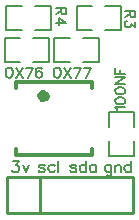
<source format=gto>
G04 Layer: TopSilkLayer*
G04 EasyEDA v6.4.17, 2021-02-26T18:21:57--8:00*
G04 bf267e6e37ea4bb39f0b1c92622b1e3b,8aa2c519e6c9466aa65df0ec0365893d,10*
G04 Gerber Generator version 0.2*
G04 Scale: 100 percent, Rotated: No, Reflected: No *
G04 Dimensions in millimeters *
G04 leading zeros omitted , absolute positions ,4 integer and 5 decimal *
%FSLAX45Y45*%
%MOMM*%

%ADD10C,0.2540*%
%ADD17C,0.3048*%
%ADD18C,0.1999*%
%ADD19C,0.8128*%
%ADD20C,0.2032*%
%ADD21C,0.1524*%

%LPD*%
D20*
X1680210Y7727187D02*
G01*
X1680210Y7654544D01*
X1675637Y7640828D01*
X1671065Y7636255D01*
X1661921Y7631684D01*
X1648205Y7631684D01*
X1639315Y7636255D01*
X1680210Y7713471D02*
G01*
X1671065Y7722615D01*
X1661921Y7727187D01*
X1648205Y7727187D01*
X1639315Y7722615D01*
X1630171Y7713471D01*
X1625600Y7700010D01*
X1625600Y7690865D01*
X1630171Y7677150D01*
X1639315Y7668005D01*
X1648205Y7663434D01*
X1661921Y7663434D01*
X1671065Y7668005D01*
X1680210Y7677150D01*
X1710181Y7727187D02*
G01*
X1710181Y7663434D01*
X1710181Y7708900D02*
G01*
X1723897Y7722615D01*
X1732787Y7727187D01*
X1746504Y7727187D01*
X1755647Y7722615D01*
X1760220Y7708900D01*
X1760220Y7663434D01*
X1844802Y7758937D02*
G01*
X1844802Y7663434D01*
X1844802Y7713471D02*
G01*
X1835657Y7722615D01*
X1826513Y7727187D01*
X1812797Y7727187D01*
X1803907Y7722615D01*
X1794763Y7713471D01*
X1790192Y7700010D01*
X1790192Y7690865D01*
X1794763Y7677150D01*
X1803907Y7668005D01*
X1812797Y7663434D01*
X1826513Y7663434D01*
X1835657Y7668005D01*
X1844802Y7677150D01*
X1383537Y7713471D02*
G01*
X1378965Y7722615D01*
X1365250Y7727187D01*
X1351787Y7727187D01*
X1338071Y7722615D01*
X1333500Y7713471D01*
X1338071Y7704581D01*
X1347215Y7700010D01*
X1369821Y7695437D01*
X1378965Y7690865D01*
X1383537Y7681721D01*
X1383537Y7677150D01*
X1378965Y7668005D01*
X1365250Y7663434D01*
X1351787Y7663434D01*
X1338071Y7668005D01*
X1333500Y7677150D01*
X1468120Y7758937D02*
G01*
X1468120Y7663434D01*
X1468120Y7713471D02*
G01*
X1458976Y7722615D01*
X1449831Y7727187D01*
X1436115Y7727187D01*
X1427226Y7722615D01*
X1418081Y7713471D01*
X1413510Y7700010D01*
X1413510Y7690865D01*
X1418081Y7677150D01*
X1427226Y7668005D01*
X1436115Y7663434D01*
X1449831Y7663434D01*
X1458976Y7668005D01*
X1468120Y7677150D01*
X1552702Y7727187D02*
G01*
X1552702Y7663434D01*
X1552702Y7713471D02*
G01*
X1543557Y7722615D01*
X1534413Y7727187D01*
X1520697Y7727187D01*
X1511807Y7722615D01*
X1502663Y7713471D01*
X1498092Y7700010D01*
X1498092Y7690865D01*
X1502663Y7677150D01*
X1511807Y7668005D01*
X1520697Y7663434D01*
X1534413Y7663434D01*
X1543557Y7668005D01*
X1552702Y7677150D01*
X1116837Y7713471D02*
G01*
X1112265Y7722615D01*
X1098550Y7727187D01*
X1085087Y7727187D01*
X1071371Y7722615D01*
X1066800Y7713471D01*
X1071371Y7704581D01*
X1080515Y7700010D01*
X1103121Y7695437D01*
X1112265Y7690865D01*
X1116837Y7681721D01*
X1116837Y7677150D01*
X1112265Y7668005D01*
X1098550Y7663434D01*
X1085087Y7663434D01*
X1071371Y7668005D01*
X1066800Y7677150D01*
X1201420Y7713471D02*
G01*
X1192276Y7722615D01*
X1183131Y7727187D01*
X1169415Y7727187D01*
X1160526Y7722615D01*
X1151381Y7713471D01*
X1146810Y7700010D01*
X1146810Y7690865D01*
X1151381Y7677150D01*
X1160526Y7668005D01*
X1169415Y7663434D01*
X1183131Y7663434D01*
X1192276Y7668005D01*
X1201420Y7677150D01*
X1231392Y7758937D02*
G01*
X1231392Y7663434D01*
X847344Y7758937D02*
G01*
X897381Y7758937D01*
X869950Y7722615D01*
X883665Y7722615D01*
X892810Y7718044D01*
X897381Y7713471D01*
X901954Y7700010D01*
X901954Y7690865D01*
X897381Y7677150D01*
X888237Y7668005D01*
X874521Y7663434D01*
X860805Y7663434D01*
X847344Y7668005D01*
X842771Y7672578D01*
X838200Y7681721D01*
X931926Y7727187D02*
G01*
X959104Y7663434D01*
X986281Y7727187D02*
G01*
X959104Y7663434D01*
D21*
X1728978Y8191500D02*
G01*
X1724913Y8199628D01*
X1712468Y8212073D01*
X1798573Y8212073D01*
X1712468Y8263381D02*
G01*
X1716786Y8251189D01*
X1728978Y8243062D01*
X1749297Y8238997D01*
X1761744Y8238997D01*
X1782063Y8243062D01*
X1794510Y8251189D01*
X1798573Y8263381D01*
X1798573Y8271763D01*
X1794510Y8283955D01*
X1782063Y8292084D01*
X1761744Y8296147D01*
X1749297Y8296147D01*
X1728978Y8292084D01*
X1716786Y8283955D01*
X1712468Y8271763D01*
X1712468Y8263381D01*
X1712468Y8347710D02*
G01*
X1716786Y8335518D01*
X1728978Y8327389D01*
X1749297Y8323326D01*
X1761744Y8323326D01*
X1782063Y8327389D01*
X1794510Y8335518D01*
X1798573Y8347710D01*
X1798573Y8355837D01*
X1794510Y8368284D01*
X1782063Y8376412D01*
X1761744Y8380476D01*
X1749297Y8380476D01*
X1728978Y8376412D01*
X1716786Y8368284D01*
X1712468Y8355837D01*
X1712468Y8347710D01*
X1712468Y8407400D02*
G01*
X1798573Y8407400D01*
X1712468Y8407400D02*
G01*
X1798573Y8464804D01*
X1712468Y8464804D02*
G01*
X1798573Y8464804D01*
X1712468Y8491728D02*
G01*
X1798573Y8491728D01*
X1712468Y8491728D02*
G01*
X1712468Y8545068D01*
X1753615Y8491728D02*
G01*
X1753615Y8524494D01*
X812037Y8549131D02*
G01*
X799592Y8544813D01*
X791463Y8532621D01*
X787400Y8512302D01*
X787400Y8499855D01*
X791463Y8479536D01*
X799592Y8467089D01*
X812037Y8463026D01*
X820165Y8463026D01*
X832357Y8467089D01*
X840486Y8479536D01*
X844550Y8499855D01*
X844550Y8512302D01*
X840486Y8532621D01*
X832357Y8544813D01*
X820165Y8549131D01*
X812037Y8549131D01*
X871728Y8549131D02*
G01*
X928878Y8463026D01*
X928878Y8549131D02*
G01*
X871728Y8463026D01*
X1013205Y8549131D02*
G01*
X972312Y8463026D01*
X956055Y8549131D02*
G01*
X1013205Y8549131D01*
X1089405Y8536686D02*
G01*
X1085342Y8544813D01*
X1072895Y8549131D01*
X1064768Y8549131D01*
X1052576Y8544813D01*
X1044194Y8532621D01*
X1040129Y8512302D01*
X1040129Y8491728D01*
X1044194Y8475471D01*
X1052576Y8467089D01*
X1064768Y8463026D01*
X1068831Y8463026D01*
X1081023Y8467089D01*
X1089405Y8475471D01*
X1093470Y8487663D01*
X1093470Y8491728D01*
X1089405Y8503920D01*
X1081023Y8512302D01*
X1068831Y8516365D01*
X1064768Y8516365D01*
X1052576Y8512302D01*
X1044194Y8503920D01*
X1040129Y8491728D01*
X1218437Y8549131D02*
G01*
X1205992Y8544813D01*
X1197863Y8532621D01*
X1193800Y8512302D01*
X1193800Y8499855D01*
X1197863Y8479536D01*
X1205992Y8467089D01*
X1218437Y8463026D01*
X1226565Y8463026D01*
X1238757Y8467089D01*
X1246886Y8479536D01*
X1250950Y8499855D01*
X1250950Y8512302D01*
X1246886Y8532621D01*
X1238757Y8544813D01*
X1226565Y8549131D01*
X1218437Y8549131D01*
X1278128Y8549131D02*
G01*
X1335278Y8463026D01*
X1335278Y8549131D02*
G01*
X1278128Y8463026D01*
X1419605Y8549131D02*
G01*
X1378712Y8463026D01*
X1362455Y8549131D02*
G01*
X1419605Y8549131D01*
X1503934Y8549131D02*
G01*
X1463039Y8463026D01*
X1446529Y8549131D02*
G01*
X1503934Y8549131D01*
X1881606Y9029674D02*
G01*
X1795500Y9029674D01*
X1881606Y9029674D02*
G01*
X1881606Y8992844D01*
X1877542Y8980652D01*
X1873224Y8976588D01*
X1865096Y8972524D01*
X1856968Y8972524D01*
X1848840Y8976588D01*
X1844776Y8980652D01*
X1840712Y8992844D01*
X1840712Y9029674D01*
X1840712Y9000972D02*
G01*
X1795500Y8972524D01*
X1881606Y8937218D02*
G01*
X1881606Y8892260D01*
X1848840Y8916898D01*
X1848840Y8904452D01*
X1844776Y8896324D01*
X1840712Y8892260D01*
X1828266Y8888196D01*
X1820138Y8888196D01*
X1807946Y8892260D01*
X1799818Y8900388D01*
X1795500Y8912580D01*
X1795500Y8925026D01*
X1799818Y8937218D01*
X1803882Y8941282D01*
X1812010Y8945346D01*
X1297406Y9055074D02*
G01*
X1211300Y9055074D01*
X1297406Y9055074D02*
G01*
X1297406Y9018244D01*
X1293342Y9006052D01*
X1289024Y9001988D01*
X1280896Y8997924D01*
X1272768Y8997924D01*
X1264640Y9001988D01*
X1260576Y9006052D01*
X1256512Y9018244D01*
X1256512Y9055074D01*
X1256512Y9026372D02*
G01*
X1211300Y8997924D01*
X1297406Y8929852D02*
G01*
X1240002Y8970746D01*
X1240002Y8909532D01*
X1297406Y8929852D02*
G01*
X1211300Y8929852D01*
D17*
X873810Y8375294D02*
G01*
X873810Y8425306D01*
X1513789Y8425306D01*
X1513789Y8375294D01*
X1513789Y7855305D02*
G01*
X1513789Y7805293D01*
X873810Y7805293D01*
X873810Y7855305D01*
D10*
X800100Y7620000D02*
G01*
X1866900Y7620000D01*
X1866900Y7315200D01*
X800100Y7315200D01*
X800100Y7620000D01*
X1079500Y7620000D02*
G01*
X1079500Y7315200D01*
D18*
X1868779Y8043773D02*
G01*
X1868779Y8175777D01*
X1661769Y8175777D01*
X1661769Y8043773D01*
X1868779Y7930565D02*
G01*
X1868779Y7798562D01*
X1661769Y7798562D01*
X1661769Y7930565D01*
X1020673Y8596020D02*
G01*
X1152677Y8596020D01*
X1152677Y8803030D01*
X1020673Y8803030D01*
X907465Y8596020D02*
G01*
X775462Y8596020D01*
X775462Y8803030D01*
X907465Y8803030D01*
X1439773Y8596020D02*
G01*
X1571777Y8596020D01*
X1571777Y8803030D01*
X1439773Y8803030D01*
X1326565Y8596020D02*
G01*
X1194562Y8596020D01*
X1194562Y8803030D01*
X1326565Y8803030D01*
X1630273Y8862720D02*
G01*
X1762277Y8862720D01*
X1762277Y9069730D01*
X1630273Y9069730D01*
X1517065Y8862720D02*
G01*
X1385062Y8862720D01*
X1385062Y9069730D01*
X1517065Y9069730D01*
X1033373Y8862720D02*
G01*
X1165377Y8862720D01*
X1165377Y9069730D01*
X1033373Y9069730D01*
X920165Y8862720D02*
G01*
X788162Y8862720D01*
X788162Y9069730D01*
X920165Y9069730D01*
D19*
G75*
G01*
X1117600Y8305800D02*
G03*
X1114501Y8297469I-12700J-18D01*
M02*

</source>
